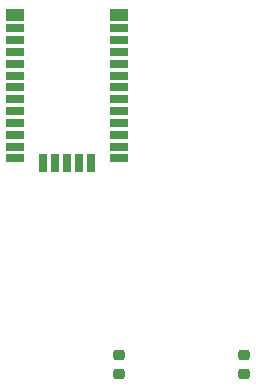
<source format=gbr>
%TF.GenerationSoftware,KiCad,Pcbnew,8.0.4+1*%
%TF.CreationDate,2024-10-18T12:55:20+00:00*%
%TF.ProjectId,TFGPSLITE01,54464750-534c-4495-9445-30312e6b6963,rev?*%
%TF.SameCoordinates,Original*%
%TF.FileFunction,Paste,Top*%
%TF.FilePolarity,Positive*%
%FSLAX46Y46*%
G04 Gerber Fmt 4.6, Leading zero omitted, Abs format (unit mm)*
G04 Created by KiCad (PCBNEW 8.0.4+1) date 2024-10-18 12:55:20*
%MOMM*%
%LPD*%
G01*
G04 APERTURE LIST*
G04 Aperture macros list*
%AMRoundRect*
0 Rectangle with rounded corners*
0 $1 Rounding radius*
0 $2 $3 $4 $5 $6 $7 $8 $9 X,Y pos of 4 corners*
0 Add a 4 corners polygon primitive as box body*
4,1,4,$2,$3,$4,$5,$6,$7,$8,$9,$2,$3,0*
0 Add four circle primitives for the rounded corners*
1,1,$1+$1,$2,$3*
1,1,$1+$1,$4,$5*
1,1,$1+$1,$6,$7*
1,1,$1+$1,$8,$9*
0 Add four rect primitives between the rounded corners*
20,1,$1+$1,$2,$3,$4,$5,0*
20,1,$1+$1,$4,$5,$6,$7,0*
20,1,$1+$1,$6,$7,$8,$9,0*
20,1,$1+$1,$8,$9,$2,$3,0*%
G04 Aperture macros list end*
%ADD10RoundRect,0.218750X-0.256250X0.218750X-0.256250X-0.218750X0.256250X-0.218750X0.256250X0.218750X0*%
%ADD11R,1.500000X0.700000*%
%ADD12R,1.500000X1.000000*%
%ADD13R,0.700000X1.500000*%
G04 APERTURE END LIST*
D10*
%TO.C,D3*%
X151020000Y-115182500D03*
X151020000Y-116757500D03*
%TD*%
D11*
%TO.C,IC1*%
X140413500Y-98535000D03*
X140413500Y-97535000D03*
X140413500Y-96535000D03*
X140413500Y-95535000D03*
X140413500Y-94535000D03*
X140413500Y-93535000D03*
X140413500Y-92535000D03*
X140413500Y-91535000D03*
X140413500Y-90535000D03*
X140413500Y-89535000D03*
X140413500Y-88535000D03*
X140413500Y-87535000D03*
D12*
X140413500Y-86385000D03*
X131613500Y-86385000D03*
D11*
X131613500Y-87535000D03*
X131613500Y-88535000D03*
X131613500Y-89535000D03*
X131613500Y-90535000D03*
X131613500Y-91535000D03*
X131613500Y-92535000D03*
X131613500Y-93535000D03*
X131613500Y-94535000D03*
X131613500Y-95535000D03*
X131613500Y-96535000D03*
X131613500Y-97535000D03*
X131613500Y-98535000D03*
D13*
X134013500Y-98935000D03*
X135013500Y-98935000D03*
X136013500Y-98935000D03*
X137013500Y-98935000D03*
X138013500Y-98935000D03*
%TD*%
D10*
%TO.C,D2*%
X140460000Y-115182500D03*
X140460000Y-116757500D03*
%TD*%
M02*

</source>
